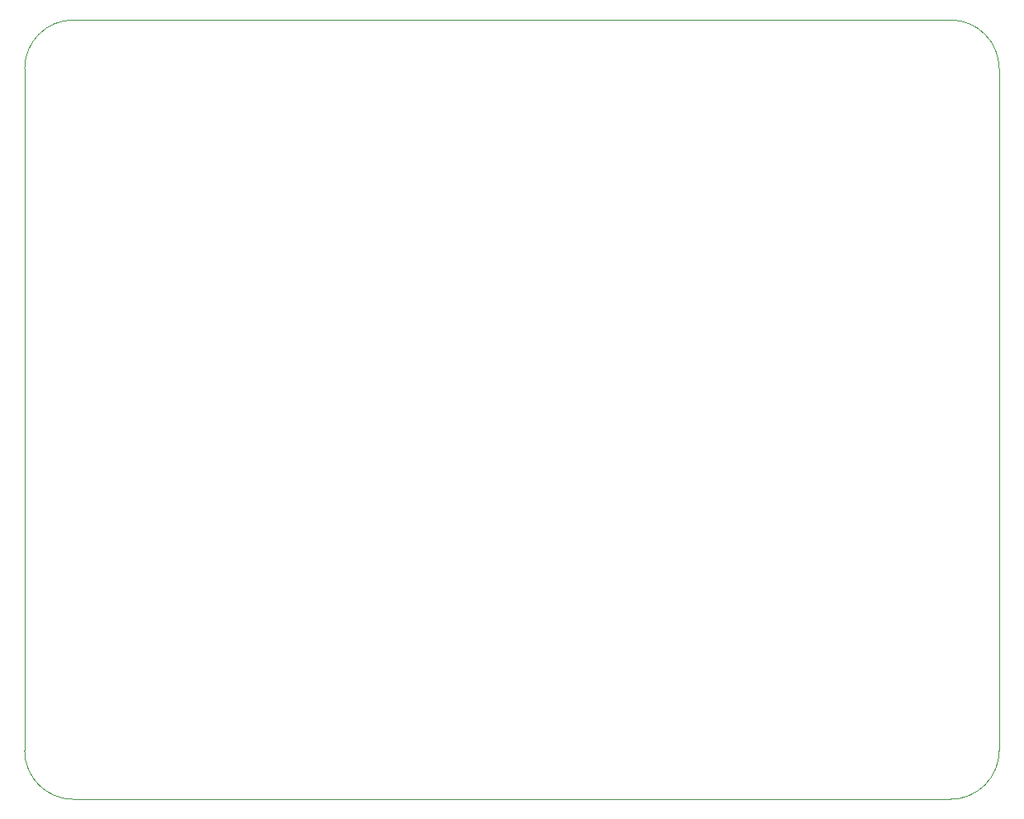
<source format=gbr>
%TF.GenerationSoftware,KiCad,Pcbnew,9.0.1*%
%TF.CreationDate,2025-05-04T12:18:18+03:30*%
%TF.ProjectId,sstc-v3,73737463-2d76-4332-9e6b-696361645f70,rev?*%
%TF.SameCoordinates,Original*%
%TF.FileFunction,Profile,NP*%
%FSLAX46Y46*%
G04 Gerber Fmt 4.6, Leading zero omitted, Abs format (unit mm)*
G04 Created by KiCad (PCBNEW 9.0.1) date 2025-05-04 12:18:18*
%MOMM*%
%LPD*%
G01*
G04 APERTURE LIST*
%TA.AperFunction,Profile*%
%ADD10C,0.050000*%
%TD*%
G04 APERTURE END LIST*
D10*
X107000000Y-92000000D02*
X17000000Y-92000000D01*
X12000000Y-87000000D02*
X12000000Y-17000000D01*
X17000000Y-12000000D02*
X107000000Y-12000000D01*
X107000000Y-12000000D02*
G75*
G02*
X112000000Y-17000000I0J-5000000D01*
G01*
X12000000Y-17000000D02*
G75*
G02*
X17000000Y-12000000I5000000J0D01*
G01*
X17000000Y-92000000D02*
G75*
G02*
X12000000Y-87000000I0J5000000D01*
G01*
X112000000Y-17000000D02*
X112000000Y-87000000D01*
X112000000Y-87000000D02*
G75*
G02*
X107000000Y-92000000I-5000000J0D01*
G01*
M02*

</source>
